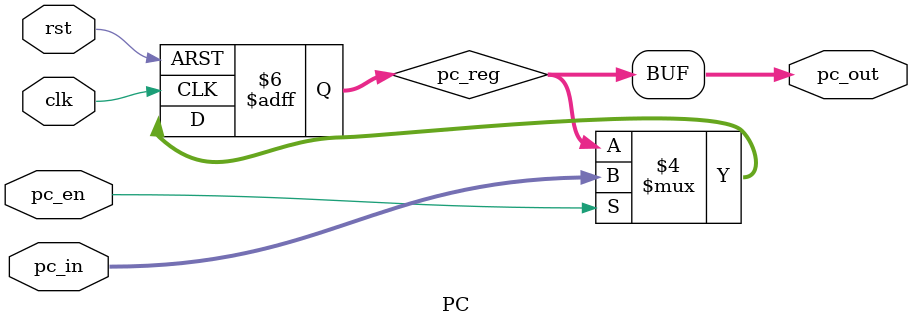
<source format=v>
`timescale 1ns / 1ps


module PC(
    input clk,
    input rst,
    input [31:0] pc_in,
    output [31:0] pc_out,
    
    input pc_en
    );
    
    reg [31:0] pc_reg;
    initial pc_reg=32'h00000000;
    
    always@(posedge clk or posedge rst)begin
       if(rst) pc_reg<=32'h00000000;
       else begin
          if(pc_en) pc_reg<=pc_in;
          else pc_reg<=pc_reg;
       end
    end
    
    assign pc_out=pc_reg;
    
endmodule

</source>
